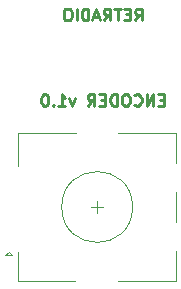
<source format=gbr>
G04 #@! TF.FileFunction,Legend,Bot*
%FSLAX46Y46*%
G04 Gerber Fmt 4.6, Leading zero omitted, Abs format (unit mm)*
G04 Created by KiCad (PCBNEW 4.0.7-e2-6376~58~ubuntu16.04.1) date Mon Jan  7 01:20:49 2019*
%MOMM*%
%LPD*%
G01*
G04 APERTURE LIST*
%ADD10C,0.100000*%
%ADD11C,0.250000*%
%ADD12C,0.120000*%
G04 APERTURE END LIST*
D10*
D11*
X174214285Y-93202381D02*
X174547619Y-92726190D01*
X174785714Y-93202381D02*
X174785714Y-92202381D01*
X174404761Y-92202381D01*
X174309523Y-92250000D01*
X174261904Y-92297619D01*
X174214285Y-92392857D01*
X174214285Y-92535714D01*
X174261904Y-92630952D01*
X174309523Y-92678571D01*
X174404761Y-92726190D01*
X174785714Y-92726190D01*
X173785714Y-92678571D02*
X173452380Y-92678571D01*
X173309523Y-93202381D02*
X173785714Y-93202381D01*
X173785714Y-92202381D01*
X173309523Y-92202381D01*
X173023809Y-92202381D02*
X172452380Y-92202381D01*
X172738095Y-93202381D02*
X172738095Y-92202381D01*
X171547618Y-93202381D02*
X171880952Y-92726190D01*
X172119047Y-93202381D02*
X172119047Y-92202381D01*
X171738094Y-92202381D01*
X171642856Y-92250000D01*
X171595237Y-92297619D01*
X171547618Y-92392857D01*
X171547618Y-92535714D01*
X171595237Y-92630952D01*
X171642856Y-92678571D01*
X171738094Y-92726190D01*
X172119047Y-92726190D01*
X171166666Y-92916667D02*
X170690475Y-92916667D01*
X171261904Y-93202381D02*
X170928571Y-92202381D01*
X170595237Y-93202381D01*
X170261904Y-93202381D02*
X170261904Y-92202381D01*
X170023809Y-92202381D01*
X169880951Y-92250000D01*
X169785713Y-92345238D01*
X169738094Y-92440476D01*
X169690475Y-92630952D01*
X169690475Y-92773810D01*
X169738094Y-92964286D01*
X169785713Y-93059524D01*
X169880951Y-93154762D01*
X170023809Y-93202381D01*
X170261904Y-93202381D01*
X169261904Y-93202381D02*
X169261904Y-92202381D01*
X168595238Y-92202381D02*
X168404761Y-92202381D01*
X168309523Y-92250000D01*
X168214285Y-92345238D01*
X168166666Y-92535714D01*
X168166666Y-92869048D01*
X168214285Y-93059524D01*
X168309523Y-93154762D01*
X168404761Y-93202381D01*
X168595238Y-93202381D01*
X168690476Y-93154762D01*
X168785714Y-93059524D01*
X168833333Y-92869048D01*
X168833333Y-92535714D01*
X168785714Y-92345238D01*
X168690476Y-92250000D01*
X168595238Y-92202381D01*
X176666667Y-99928571D02*
X176333333Y-99928571D01*
X176190476Y-100452381D02*
X176666667Y-100452381D01*
X176666667Y-99452381D01*
X176190476Y-99452381D01*
X175761905Y-100452381D02*
X175761905Y-99452381D01*
X175190476Y-100452381D01*
X175190476Y-99452381D01*
X174142857Y-100357143D02*
X174190476Y-100404762D01*
X174333333Y-100452381D01*
X174428571Y-100452381D01*
X174571429Y-100404762D01*
X174666667Y-100309524D01*
X174714286Y-100214286D01*
X174761905Y-100023810D01*
X174761905Y-99880952D01*
X174714286Y-99690476D01*
X174666667Y-99595238D01*
X174571429Y-99500000D01*
X174428571Y-99452381D01*
X174333333Y-99452381D01*
X174190476Y-99500000D01*
X174142857Y-99547619D01*
X173523810Y-99452381D02*
X173333333Y-99452381D01*
X173238095Y-99500000D01*
X173142857Y-99595238D01*
X173095238Y-99785714D01*
X173095238Y-100119048D01*
X173142857Y-100309524D01*
X173238095Y-100404762D01*
X173333333Y-100452381D01*
X173523810Y-100452381D01*
X173619048Y-100404762D01*
X173714286Y-100309524D01*
X173761905Y-100119048D01*
X173761905Y-99785714D01*
X173714286Y-99595238D01*
X173619048Y-99500000D01*
X173523810Y-99452381D01*
X172666667Y-100452381D02*
X172666667Y-99452381D01*
X172428572Y-99452381D01*
X172285714Y-99500000D01*
X172190476Y-99595238D01*
X172142857Y-99690476D01*
X172095238Y-99880952D01*
X172095238Y-100023810D01*
X172142857Y-100214286D01*
X172190476Y-100309524D01*
X172285714Y-100404762D01*
X172428572Y-100452381D01*
X172666667Y-100452381D01*
X171666667Y-99928571D02*
X171333333Y-99928571D01*
X171190476Y-100452381D02*
X171666667Y-100452381D01*
X171666667Y-99452381D01*
X171190476Y-99452381D01*
X170190476Y-100452381D02*
X170523810Y-99976190D01*
X170761905Y-100452381D02*
X170761905Y-99452381D01*
X170380952Y-99452381D01*
X170285714Y-99500000D01*
X170238095Y-99547619D01*
X170190476Y-99642857D01*
X170190476Y-99785714D01*
X170238095Y-99880952D01*
X170285714Y-99928571D01*
X170380952Y-99976190D01*
X170761905Y-99976190D01*
X169095238Y-99785714D02*
X168857143Y-100452381D01*
X168619047Y-99785714D01*
X167714285Y-100452381D02*
X168285714Y-100452381D01*
X168000000Y-100452381D02*
X168000000Y-99452381D01*
X168095238Y-99595238D01*
X168190476Y-99690476D01*
X168285714Y-99738095D01*
X167285714Y-100357143D02*
X167238095Y-100404762D01*
X167285714Y-100452381D01*
X167333333Y-100404762D01*
X167285714Y-100357143D01*
X167285714Y-100452381D01*
X166619048Y-99452381D02*
X166523809Y-99452381D01*
X166428571Y-99500000D01*
X166380952Y-99547619D01*
X166333333Y-99642857D01*
X166285714Y-99833333D01*
X166285714Y-100071429D01*
X166333333Y-100261905D01*
X166380952Y-100357143D01*
X166428571Y-100404762D01*
X166523809Y-100452381D01*
X166619048Y-100452381D01*
X166714286Y-100404762D01*
X166761905Y-100357143D01*
X166809524Y-100261905D01*
X166857143Y-100071429D01*
X166857143Y-99833333D01*
X166809524Y-99642857D01*
X166761905Y-99547619D01*
X166714286Y-99500000D01*
X166619048Y-99452381D01*
D12*
X170500000Y-109000000D02*
X171500000Y-109000000D01*
X171000000Y-109500000D02*
X171000000Y-108500000D01*
X177700000Y-105300000D02*
X177700000Y-102700000D01*
X177700000Y-110300000D02*
X177700000Y-107700000D01*
X177700000Y-115300000D02*
X177700000Y-112700000D01*
X163800000Y-113100000D02*
X163500000Y-112800000D01*
X163200000Y-113100000D02*
X163800000Y-113100000D01*
X163500000Y-112800000D02*
X163200000Y-113100000D01*
X164300000Y-115300000D02*
X164300000Y-112800000D01*
X169100000Y-115300000D02*
X164300000Y-115300000D01*
X164300000Y-102700000D02*
X164300000Y-105500000D01*
X169200000Y-102700000D02*
X164300000Y-102700000D01*
X177700000Y-102700000D02*
X172800000Y-102700000D01*
X172800000Y-115300000D02*
X177700000Y-115300000D01*
X174000000Y-109000000D02*
G75*
G03X174000000Y-109000000I-3000000J0D01*
G01*
M02*

</source>
